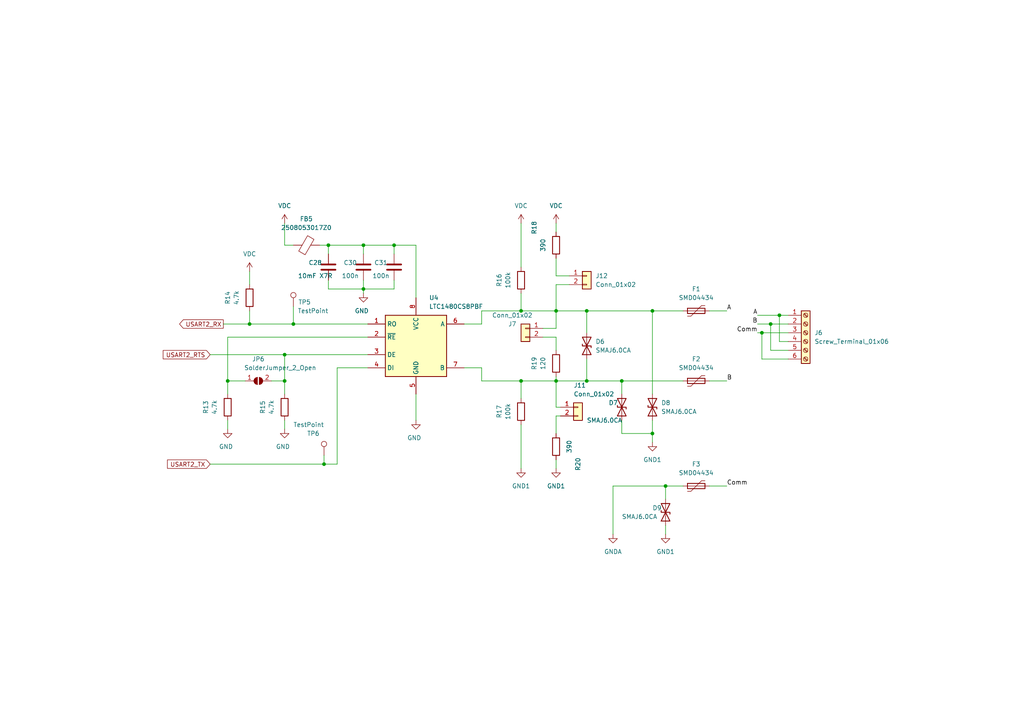
<source format=kicad_sch>
(kicad_sch (version 20211123) (generator eeschema)
  (paper "A4")
  (lib_symbols
    (symbol "Connector:Screw_Terminal_01x06" (pin_names (offset 1.016) hide)
      (property "Reference" "J" (at 0 7.62 0))
      (property "Value" "Screw_Terminal_01x06" (at 0 -10.16 0))
      (symbol "Screw_Terminal_01x06_1_1"
        (rectangle (start -1.27 6.35) (end 1.27 -8.89) (stroke (width 0.254)) (fill (type background)))
        (circle (center 0 -7.62) (radius 0.635) (stroke (width 0.1524)))
        (circle (center 0 -5.08) (radius 0.635) (stroke (width 0.1524)))
        (circle (center 0 -2.54) (radius 0.635) (stroke (width 0.1524)))
        (polyline (pts (xy -0.5334 -7.2898) (xy 0.3302 -8.128)) (stroke (width 0.1524)))
        (polyline (pts (xy -0.5334 -4.7498) (xy 0.3302 -5.588)) (stroke (width 0.1524)))
        (polyline (pts (xy -0.5334 -2.2098) (xy 0.3302 -3.048)) (stroke (width 0.1524)))
        (polyline (pts (xy -0.5334 0.3302) (xy 0.3302 -0.508)) (stroke (width 0.1524)))
        (polyline (pts (xy -0.5334 2.8702) (xy 0.3302 2.032)) (stroke (width 0.1524)))
        (polyline (pts (xy -0.5334 5.4102) (xy 0.3302 4.572)) (stroke (width 0.1524)))
        (polyline (pts (xy -0.3556 -7.112) (xy 0.508 -7.9502)) (stroke (width 0.1524)))
        (polyline (pts (xy -0.3556 -4.572) (xy 0.508 -5.4102)) (stroke (width 0.1524)))
        (polyline (pts (xy -0.3556 -2.032) (xy 0.508 -2.8702)) (stroke (width 0.1524)))
        (polyline (pts (xy -0.3556 0.508) (xy 0.508 -0.3302)) (stroke (width 0.1524)))
        (polyline (pts (xy -0.3556 3.048) (xy 0.508 2.2098)) (stroke (width 0.1524)))
        (polyline (pts (xy -0.3556 5.588) (xy 0.508 4.7498)) (stroke (width 0.1524)))
        (circle (center 0 0) (radius 0.635) (stroke (width 0.1524)))
        (circle (center 0 2.54) (radius 0.635) (stroke (width 0.1524)))
        (circle (center 0 5.08) (radius 0.635) (stroke (width 0.1524)))
        (pin passive line (at -5.08 5.08 0) (length 3.81) (name "Pin_1") (number "1"))
        (pin passive line (at -5.08 2.54 0) (length 3.81) (name "Pin_2") (number "2"))
        (pin passive line (at -5.08 0 0) (length 3.81) (name "Pin_3") (number "3"))
        (pin passive line (at -5.08 -2.54 0) (length 3.81) (name "Pin_4") (number "4"))
        (pin passive line (at -5.08 -5.08 0) (length 3.81) (name "Pin_5") (number "5"))
        (pin passive line (at -5.08 -7.62 0) (length 3.81) (name "Pin_6") (number "6"))
      )
    )
    (symbol "Connector:TestPoint" (pin_numbers hide) (pin_names (offset 0.762) hide)
      (property "Reference" "TP" (at 0 6.858 0))
      (property "Value" "TestPoint" (at 0 5.08 0))
      (symbol "TestPoint_0_1"
        (circle (center 0 3.302) (radius 0.762))
      )
      (symbol "TestPoint_1_1"
        (pin passive line (at 0 0 90) (length 2.54) (name "1") (number "1"))
      )
    )
    (symbol "Connector_Generic:Conn_01x02" (pin_names (offset 1.016) hide)
      (property "Reference" "J" (at 0 2.54 0))
      (property "Value" "Conn_01x02" (at 0 -5.08 0))
      (symbol "Conn_01x02_1_1"
        (rectangle (start -1.27 -2.413) (end 0 -2.667) (stroke (width 0.1524)))
        (rectangle (start -1.27 0.127) (end 0 -0.127) (stroke (width 0.1524)))
        (rectangle (start -1.27 1.27) (end 1.27 -3.81) (stroke (width 0.254)) (fill (type background)))
        (pin passive line (at -5.08 0 0) (length 3.81) (name "Pin_1") (number "1"))
        (pin passive line (at -5.08 -2.54 0) (length 3.81) (name "Pin_2") (number "2"))
      )
    )
    (symbol "Device:C" (pin_numbers hide) (pin_names (offset 0.254))
      (property "Reference" "C" (at 0.635 2.54 0))
      (property "Value" "C" (at 0.635 -2.54 0))
      (symbol "C_0_1"
        (polyline (pts (xy -2.032 -0.762) (xy 2.032 -0.762)) (stroke (width 0.508)))
        (polyline (pts (xy -2.032 0.762) (xy 2.032 0.762)) (stroke (width 0.508)))
      )
      (symbol "C_1_1"
        (pin passive line (at 0 3.81 270) (length 2.794) (name "~") (number "1"))
        (pin passive line (at 0 -3.81 90) (length 2.794) (name "~") (number "2"))
      )
    )
    (symbol "Device:D_TVS" (pin_numbers hide) (pin_names (offset 1.016) hide)
      (property "Reference" "D" (at 0 2.54 0))
      (property "Value" "D_TVS" (at 0 -2.54 0))
      (symbol "D_TVS_0_1"
        (polyline (pts (xy 1.27 0) (xy -1.27 0)))
        (polyline (pts (xy 0.508 1.27) (xy 0 1.27) (xy 0 -1.27) (xy -0.508 -1.27)) (stroke (width 0.254)))
        (polyline (pts (xy -2.54 1.27) (xy -2.54 -1.27) (xy 2.54 1.27) (xy 2.54 -1.27) (xy -2.54 1.27)) (stroke (width 0.254)))
      )
      (symbol "D_TVS_1_1"
        (pin passive line (at -3.81 0 0) (length 2.54) (name "A1") (number "1"))
        (pin passive line (at 3.81 0 180) (length 2.54) (name "A2") (number "2"))
      )
    )
    (symbol "Device:FerriteBead" (pin_numbers hide) (pin_names (offset 0))
      (property "Reference" "FB" (at -3.81 0.635 90))
      (property "Value" "FerriteBead" (at 3.81 0 90))
      (symbol "FerriteBead_0_1"
        (polyline (pts (xy 0 -1.27) (xy 0 -1.2192)))
        (polyline (pts (xy 0 1.27) (xy 0 1.2954)))
        (polyline (pts (xy -2.7686 0.4064) (xy -1.7018 2.2606) (xy 2.7686 -0.3048) (xy 1.6764 -2.159) (xy -2.7686 0.4064)))
      )
      (symbol "FerriteBead_1_1"
        (pin passive line (at 0 3.81 270) (length 2.54) (name "~") (number "1"))
        (pin passive line (at 0 -3.81 90) (length 2.54) (name "~") (number "2"))
      )
    )
    (symbol "Device:Polyfuse" (pin_numbers hide) (pin_names (offset 0))
      (property "Reference" "F" (at -2.54 0 90))
      (property "Value" "Polyfuse" (at 2.54 0 90))
      (symbol "Polyfuse_0_1"
        (rectangle (start -0.762 2.54) (end 0.762 -2.54) (stroke (width 0.254)))
        (polyline (pts (xy 0 2.54) (xy 0 -2.54)))
        (polyline (pts (xy -1.524 2.54) (xy -1.524 1.524) (xy 1.524 -1.524) (xy 1.524 -2.54)))
      )
      (symbol "Polyfuse_1_1"
        (pin passive line (at 0 3.81 270) (length 1.27) (name "~") (number "1"))
        (pin passive line (at 0 -3.81 90) (length 1.27) (name "~") (number "2"))
      )
    )
    (symbol "Device:R" (pin_numbers hide) (pin_names (offset 0))
      (property "Reference" "R" (at 2.032 0 90))
      (property "Value" "R" (at 0 0 90))
      (symbol "R_0_1"
        (rectangle (start -1.016 -2.54) (end 1.016 2.54) (stroke (width 0.254)))
      )
      (symbol "R_1_1"
        (pin passive line (at 0 3.81 270) (length 1.27) (name "~") (number "1"))
        (pin passive line (at 0 -3.81 90) (length 1.27) (name "~") (number "2"))
      )
    )
    (symbol "Jumper:SolderJumper_2_Open" (pin_names (offset 0) hide)
      (property "Reference" "JP" (at 0 2.032 0))
      (property "Value" "SolderJumper_2_Open" (at 0 -2.54 0))
      (symbol "SolderJumper_2_Open_0_1"
        (arc (start -0.254 1.016) (mid -1.27 0) (end -0.254 -1.016))
        (arc (start -0.254 1.016) (mid -1.27 0) (end -0.254 -1.016) (fill (type outline)))
        (polyline (pts (xy -0.254 1.016) (xy -0.254 -1.016)))
        (polyline (pts (xy 0.254 1.016) (xy 0.254 -1.016)))
        (arc (start 0.254 -1.016) (mid 1.27 0) (end 0.254 1.016))
        (arc (start 0.254 -1.016) (mid 1.27 0) (end 0.254 1.016) (fill (type outline)))
      )
      (symbol "SolderJumper_2_Open_1_1"
        (pin passive line (at -3.81 0 0) (length 2.54) (name "A") (number "1"))
        (pin passive line (at 3.81 0 180) (length 2.54) (name "B") (number "2"))
      )
    )
    (symbol "LTC1480CS8PBF:LTC1480CS8PBF"
      (property "Reference" "U4" (at 16.51 5.08 0))
      (property "Value" "LTC1480CS8PBF" (at 16.51 2.54 0))
      (symbol "LTC1480CS8PBF_1_1"
        (rectangle (start 0 0) (end 17.78 -17.78) (stroke (width 0.254)) (fill (type background)))
        (pin passive line (at -5.08 -2.54 0) (length 5.08) (name "RO") (number "1"))
        (pin passive line (at -5.08 -6.35 0) (length 5.08) (name "~{RE}") (number "2"))
        (pin passive line (at -5.08 -11.43 0) (length 5.08) (name "DE") (number "3"))
        (pin passive line (at -5.08 -15.24 0) (length 5.08) (name "DI") (number "4"))
        (pin passive line (at 8.89 -22.86 90) (length 5.08) (name "GND") (number "5"))
        (pin passive line (at 22.86 -2.54 180) (length 5.08) (name "A") (number "6"))
        (pin passive line (at 22.86 -15.24 180) (length 5.08) (name "B") (number "7"))
        (pin passive line (at 8.89 5.08 270) (length 5.08) (name "VCC") (number "8"))
      )
    )
    (symbol "power:GND" (power) (pin_names (offset 0))
      (property "Value" "GND" (at 0 -3.81 0))
      (symbol "GND_0_1"
        (polyline (pts (xy 0 0) (xy 0 -1.27) (xy 1.27 -1.27) (xy 0 -2.54) (xy -1.27 -1.27) (xy 0 -1.27)))
      )
      (symbol "GND_1_1"
        (pin power_in line (at 0 0 270) (length 0) hide (name "GND") (number "1"))
      )
    )
    (symbol "power:GND1" (power) (pin_names (offset 0))
      (property "Value" "GND1" (at 0 -3.81 0))
      (symbol "GND1_0_1"
        (polyline (pts (xy 0 0) (xy 0 -1.27) (xy 1.27 -1.27) (xy 0 -2.54) (xy -1.27 -1.27) (xy 0 -1.27)))
      )
      (symbol "GND1_1_1"
        (pin power_in line (at 0 0 270) (length 0) hide (name "GND1") (number "1"))
      )
    )
    (symbol "power:GNDA" (power) (pin_names (offset 0))
      (property "Value" "GNDA" (at 0 -3.81 0))
      (symbol "GNDA_0_1"
        (polyline (pts (xy 0 0) (xy 0 -1.27) (xy 1.27 -1.27) (xy 0 -2.54) (xy -1.27 -1.27) (xy 0 -1.27)))
      )
      (symbol "GNDA_1_1"
        (pin power_in line (at 0 0 270) (length 0) hide (name "GNDA") (number "1"))
      )
    )
    (symbol "power:VDC" (power) (pin_names (offset 0))
      (property "Value" "VDC" (at 0 6.35 0))
      (symbol "VDC_0_1"
        (polyline (pts (xy -0.762 1.27) (xy 0 2.54)))
        (polyline (pts (xy 0 0) (xy 0 2.54)))
        (polyline (pts (xy 0 2.54) (xy 0.762 1.27)))
      )
      (symbol "VDC_1_1"
        (pin power_in line (at 0 0 90) (length 0) hide (name "VDC") (number "1"))
      )
    )
  )
  (junction (at 82.55 110.49))
  (junction (at 66.04 110.49))
  (junction (at 72.39 93.98))
  (junction (at 105.41 71.12))
  (junction (at 170.18 90.17))
  (junction (at 170.18 110.49))
  (junction (at 85.09 93.98))
  (junction (at 180.34 110.49))
  (junction (at 161.29 110.49))
  (junction (at 223.52 93.98))
  (junction (at 193.04 140.97))
  (junction (at 95.25 71.12))
  (junction (at 82.55 102.87))
  (junction (at 151.13 90.17))
  (junction (at 189.23 125.73))
  (junction (at 105.41 83.82))
  (junction (at 161.29 90.17))
  (junction (at 220.98 96.52))
  (junction (at 226.06 91.44))
  (junction (at 151.13 110.49))
  (junction (at 189.23 90.17))
  (junction (at 93.98 134.62))
  (junction (at 114.3 71.12))
  (wire (pts (xy 105.41 83.82) (xy 105.41 85.09)))
  (wire (pts (xy 114.3 73.66) (xy 114.3 71.12)))
  (wire (pts (xy 64.77 93.98) (xy 72.39 93.98)))
  (wire (pts (xy 114.3 71.12) (xy 120.65 71.12)))
  (wire (pts (xy 60.96 102.87) (xy 82.55 102.87)))
  (wire (pts (xy 165.1 82.55) (xy 161.29 82.55)))
  (wire (pts (xy 82.55 110.49) (xy 82.55 114.3)))
  (wire (pts (xy 219.71 96.52) (xy 220.98 96.52)))
  (wire (pts (xy 220.98 104.14) (xy 220.98 96.52)))
  (wire (pts (xy 180.34 114.3) (xy 180.34 110.49)))
  (wire (pts (xy 161.29 82.55) (xy 161.29 90.17)))
  (wire (pts (xy 139.7 110.49) (xy 151.13 110.49)))
  (wire (pts (xy 82.55 64.77) (xy 82.55 71.12)))
  (wire (pts (xy 82.55 71.12) (xy 85.09 71.12)))
  (wire (pts (xy 189.23 121.92) (xy 189.23 125.73)))
  (wire (pts (xy 105.41 73.66) (xy 105.41 71.12)))
  (wire (pts (xy 82.55 102.87) (xy 106.68 102.87)))
  (wire (pts (xy 198.12 140.97) (xy 193.04 140.97)))
  (wire (pts (xy 170.18 90.17) (xy 161.29 90.17)))
  (wire (pts (xy 162.56 118.11) (xy 161.29 118.11)))
  (wire (pts (xy 92.71 71.12) (xy 95.25 71.12)))
  (wire (pts (xy 226.06 99.06) (xy 226.06 91.44)))
  (wire (pts (xy 161.29 64.77) (xy 161.29 67.31)))
  (wire (pts (xy 97.79 106.68) (xy 97.79 134.62)))
  (wire (pts (xy 193.04 152.4) (xy 193.04 154.94)))
  (wire (pts (xy 226.06 91.44) (xy 228.6 91.44)))
  (wire (pts (xy 139.7 106.68) (xy 139.7 110.49)))
  (wire (pts (xy 165.1 80.01) (xy 161.29 80.01)))
  (wire (pts (xy 95.25 71.12) (xy 105.41 71.12)))
  (wire (pts (xy 95.25 83.82) (xy 105.41 83.82)))
  (wire (pts (xy 85.09 93.98) (xy 106.68 93.98)))
  (wire (pts (xy 95.25 81.28) (xy 95.25 83.82)))
  (wire (pts (xy 97.79 134.62) (xy 93.98 134.62)))
  (wire (pts (xy 193.04 140.97) (xy 193.04 144.78)))
  (wire (pts (xy 151.13 64.77) (xy 151.13 77.47)))
  (wire (pts (xy 161.29 97.79) (xy 161.29 101.6)))
  (wire (pts (xy 170.18 104.14) (xy 170.18 110.49)))
  (wire (pts (xy 139.7 90.17) (xy 151.13 90.17)))
  (wire (pts (xy 66.04 110.49) (xy 66.04 97.79)))
  (wire (pts (xy 219.71 91.44) (xy 226.06 91.44)))
  (wire (pts (xy 82.55 102.87) (xy 82.55 110.49)))
  (wire (pts (xy 157.48 97.79) (xy 161.29 97.79)))
  (wire (pts (xy 228.6 104.14) (xy 220.98 104.14)))
  (wire (pts (xy 72.39 93.98) (xy 85.09 93.98)))
  (wire (pts (xy 180.34 110.49) (xy 170.18 110.49)))
  (wire (pts (xy 151.13 123.19) (xy 151.13 135.89)))
  (wire (pts (xy 66.04 97.79) (xy 106.68 97.79)))
  (wire (pts (xy 189.23 90.17) (xy 198.12 90.17)))
  (wire (pts (xy 114.3 81.28) (xy 114.3 83.82)))
  (wire (pts (xy 161.29 74.93) (xy 161.29 80.01)))
  (wire (pts (xy 162.56 120.65) (xy 161.29 120.65)))
  (wire (pts (xy 93.98 134.62) (xy 60.96 134.62)))
  (wire (pts (xy 170.18 96.52) (xy 170.18 90.17)))
  (wire (pts (xy 66.04 121.92) (xy 66.04 124.46)))
  (wire (pts (xy 120.65 71.12) (xy 120.65 86.36)))
  (wire (pts (xy 170.18 110.49) (xy 161.29 110.49)))
  (wire (pts (xy 82.55 121.92) (xy 82.55 124.46)))
  (wire (pts (xy 189.23 90.17) (xy 170.18 90.17)))
  (wire (pts (xy 151.13 85.09) (xy 151.13 90.17)))
  (wire (pts (xy 180.34 121.92) (xy 180.34 125.73)))
  (wire (pts (xy 93.98 132.08) (xy 93.98 134.62)))
  (wire (pts (xy 219.71 93.98) (xy 223.52 93.98)))
  (wire (pts (xy 134.62 93.98) (xy 139.7 93.98)))
  (wire (pts (xy 106.68 106.68) (xy 97.79 106.68)))
  (wire (pts (xy 223.52 101.6) (xy 223.52 93.98)))
  (wire (pts (xy 114.3 83.82) (xy 105.41 83.82)))
  (wire (pts (xy 157.48 95.25) (xy 161.29 95.25)))
  (wire (pts (xy 205.74 140.97) (xy 210.82 140.97)))
  (wire (pts (xy 205.74 90.17) (xy 210.82 90.17)))
  (wire (pts (xy 161.29 90.17) (xy 161.29 95.25)))
  (wire (pts (xy 161.29 120.65) (xy 161.29 125.73)))
  (wire (pts (xy 189.23 114.3) (xy 189.23 90.17)))
  (wire (pts (xy 151.13 90.17) (xy 161.29 90.17)))
  (wire (pts (xy 228.6 101.6) (xy 223.52 101.6)))
  (wire (pts (xy 223.52 93.98) (xy 228.6 93.98)))
  (wire (pts (xy 180.34 125.73) (xy 189.23 125.73)))
  (wire (pts (xy 139.7 93.98) (xy 139.7 90.17)))
  (wire (pts (xy 177.8 140.97) (xy 193.04 140.97)))
  (wire (pts (xy 105.41 81.28) (xy 105.41 83.82)))
  (wire (pts (xy 205.74 110.49) (xy 210.82 110.49)))
  (wire (pts (xy 134.62 106.68) (xy 139.7 106.68)))
  (wire (pts (xy 161.29 110.49) (xy 161.29 118.11)))
  (wire (pts (xy 161.29 135.89) (xy 161.29 133.35)))
  (wire (pts (xy 78.74 110.49) (xy 82.55 110.49)))
  (wire (pts (xy 105.41 71.12) (xy 114.3 71.12)))
  (wire (pts (xy 151.13 110.49) (xy 151.13 115.57)))
  (wire (pts (xy 161.29 109.22) (xy 161.29 110.49)))
  (wire (pts (xy 189.23 125.73) (xy 189.23 128.27)))
  (wire (pts (xy 180.34 110.49) (xy 198.12 110.49)))
  (wire (pts (xy 72.39 90.17) (xy 72.39 93.98)))
  (wire (pts (xy 151.13 110.49) (xy 161.29 110.49)))
  (wire (pts (xy 66.04 110.49) (xy 66.04 114.3)))
  (wire (pts (xy 120.65 114.3) (xy 120.65 121.92)))
  (wire (pts (xy 228.6 99.06) (xy 226.06 99.06)))
  (wire (pts (xy 177.8 154.94) (xy 177.8 140.97)))
  (wire (pts (xy 72.39 78.74) (xy 72.39 82.55)))
  (wire (pts (xy 220.98 96.52) (xy 228.6 96.52)))
  (wire (pts (xy 95.25 71.12) (xy 95.25 73.66)))
  (wire (pts (xy 85.09 88.9) (xy 85.09 93.98)))
  (wire (pts (xy 71.12 110.49) (xy 66.04 110.49)))
  (label "Comm" (at 210.82 140.97 0))
  (label "A" (at 210.82 90.17 0))
  (label "A" (at 219.71 91.44 180))
  (label "Comm" (at 219.71 96.52 180))
  (label "B" (at 210.82 110.49 0))
  (label "B" (at 219.71 93.98 180))
  (global_label "USART2_RX" (shape output) (at 64.77 93.98 180) (effects (font (size 1.2446 1.2446))) (property "Intersheet References" "${INTERSHEET_REFS}" (effects hide)))
  (global_label "USART2_RTS" (shape input) (at 60.96 102.87 180) (effects (font (size 1.2446 1.2446))) (property "Intersheet References" "${INTERSHEET_REFS}" (effects hide)))
  (global_label "USART2_TX" (shape input) (at 60.96 134.62 180) (effects (font (size 1.2446 1.2446))) (property "Intersheet References" "${INTERSHEET_REFS}" (effects hide)))
  (symbol (lib_id "Device:R") (at 161.29 71.12 180) (unit 1)
    (property "Reference" "R18" (at 154.94 66.04 90))
    (property "Value" "390" (at 157.48 71.12 90))
    (property "Footprint" "Resistor_SMD:R_0805_2012Metric" (effects hide))
  )
  (symbol (lib_id "Device:FerriteBead") (at 88.9 71.12 90) (unit 1)
    (property "Reference" "FB5" (at 88.8492 63.5 90))
    (property "Value" "2508053017Z0" (at 88.8492 66.04 90))
    (property "Footprint" "Inductor_SMD:L_0805_2012Metric" (effects hide))
  )
  (symbol (lib_id "power:GNDA") (at 177.8 154.94 0) (unit 1)
    (property "Reference" "#PWR0105" (effects hide))
    (property "Value" "GNDA" (at 177.8 160.02 0))
  )
  (symbol (lib_id "power:GND") (at 82.55 124.46 0) (unit 1)
    (property "Reference" "#PWR063" (effects hide))
    (property "Value" "GND" (at 80.01 129.54 0) (effects (justify left)))
  )
  (symbol (lib_id "power:GND") (at 120.65 121.92 0) (unit 1)
    (property "Reference" "#PWR065" (effects hide))
    (property "Value" "GND" (at 118.11 127 0) (effects (justify left)))
  )
  (symbol (lib_id "power:VDC") (at 151.13 64.77 0) (unit 1)
    (property "Reference" "#PWR066" (effects hide))
    (property "Value" "VDC" (at 151.13 59.69 0))
  )
  (symbol (lib_id "Device:R") (at 161.29 105.41 180) (unit 1)
    (property "Reference" "R19" (at 154.94 105.41 90))
    (property "Value" "120" (at 157.48 105.41 90))
    (property "Footprint" "Resistor_SMD:R_0805_2012Metric" (effects hide))
  )
  (symbol (lib_id "Device:D_TVS") (at 170.18 100.33 90) (unit 1)
    (property "Reference" "D6" (at 172.72 99.0599 90) (effects (justify right)))
    (property "Value" "SMAJ6.0CA" (at 172.72 101.5999 90) (effects (justify right)))
    (property "Footprint" "Diode_SMD:D_SMA" (effects hide))
  )
  (symbol (lib_id "power:GND") (at 105.41 85.09 0) (unit 1)
    (property "Reference" "#PWR064" (effects hide))
    (property "Value" "GND" (at 102.87 90.17 0) (effects (justify left)))
  )
  (symbol (lib_id "Device:D_TVS") (at 180.34 118.11 90) (unit 1)
    (property "Reference" "D7" (at 176.53 116.84 90) (effects (justify right)))
    (property "Value" "SMAJ6.0CA" (at 170.18 121.92 90) (effects (justify right)))
    (property "Footprint" "Diode_SMD:D_SMA" (effects hide))
  )
  (symbol (lib_id "Device:R") (at 82.55 118.11 180) (unit 1)
    (property "Reference" "R15" (at 76.2 118.11 90))
    (property "Value" "4.7k" (at 78.74 118.11 90))
    (property "Footprint" "Resistor_SMD:R_0805_2012Metric" (effects hide))
  )
  (symbol (lib_id "Device:D_TVS") (at 189.23 118.11 90) (unit 1)
    (property "Reference" "D8" (at 191.77 116.8399 90) (effects (justify right)))
    (property "Value" "SMAJ6.0CA" (at 191.77 119.3799 90) (effects (justify right)))
    (property "Footprint" "Diode_SMD:D_SMA" (effects hide))
  )
  (symbol (lib_id "Connector:TestPoint") (at 85.09 88.9 0) (unit 1)
    (property "Reference" "TP5" (at 90.17 87.63 0) (effects (justify right)))
    (property "Value" "TestPoint" (at 95.25 90.17 0) (effects (justify right)))
    (property "Footprint" "TestPoint:TestPoint_Pad_D1.0mm" (effects hide))
  )
  (symbol (lib_id "Device:R") (at 151.13 81.28 180) (unit 1)
    (property "Reference" "R16" (at 144.78 81.28 90))
    (property "Value" "100k" (at 147.32 81.28 90))
    (property "Footprint" "Resistor_SMD:R_0805_2012Metric" (effects hide))
  )
  (symbol (lib_id "Connector_Generic:Conn_01x02") (at 170.18 80.01 0) (unit 1)
    (property "Reference" "J12" (at 172.72 80.0099 0) (effects (justify left)))
    (property "Value" "Conn_01x02" (at 172.72 82.5499 0) (effects (justify left)))
    (property "Footprint" "Connector_PinHeader_2.54mm:PinHeader_1x02_P2.54mm_Vertical" (effects hide))
  )
  (symbol (lib_id "Jumper:SolderJumper_2_Open") (at 74.93 110.49 0) (unit 1)
    (property "Reference" "JP6" (at 74.93 104.14 0))
    (property "Value" "SolderJumper_2_Open" (at 81.28 106.68 0))
    (property "Footprint" "Jumper:SolderJumper-2_P1.3mm_Open_TrianglePad1.0x1.5mm" (effects hide))
  )
  (symbol (lib_id "Device:Polyfuse") (at 201.93 110.49 90) (unit 1)
    (property "Reference" "F2" (at 201.93 104.14 90))
    (property "Value" "SMD04434" (at 201.93 106.68 90))
    (property "Footprint" "Fuse:Fuse_1812_4532Metric" (effects hide))
  )
  (symbol (lib_id "Device:Polyfuse") (at 201.93 140.97 90) (unit 1)
    (property "Reference" "F3" (at 201.93 134.62 90))
    (property "Value" "SMD04434" (at 201.93 137.16 90))
    (property "Footprint" "Fuse:Fuse_1812_4532Metric" (effects hide))
  )
  (symbol (lib_id "Connector:Screw_Terminal_01x06") (at 233.68 96.52 0) (unit 1)
    (property "Reference" "J6" (at 236.22 96.5199 0) (effects (justify left)))
    (property "Value" "Screw_Terminal_01x06" (at 236.22 99.0599 0) (effects (justify left)))
    (property "Footprint" "Connector_Phoenix_MC:PhoenixContact_MC_1,5_6-G-3.81_1x06_P3.81mm_Horizontal" (effects hide))
  )
  (symbol (lib_id "Device:R") (at 66.04 118.11 180) (unit 1)
    (property "Reference" "R13" (at 59.69 118.11 90))
    (property "Value" "4.7k" (at 62.23 118.11 90))
    (property "Footprint" "Resistor_SMD:R_0805_2012Metric" (effects hide))
  )
  (symbol (lib_id "power:VDC") (at 72.39 78.74 0) (unit 1)
    (property "Reference" "#PWR061" (effects hide))
    (property "Value" "VDC" (at 72.39 73.66 0))
  )
  (symbol (lib_id "Device:D_TVS") (at 193.04 148.59 90) (unit 1)
    (property "Reference" "D9" (at 189.23 147.32 90) (effects (justify right)))
    (property "Value" "SMAJ6.0CA" (at 180.34 149.86 90) (effects (justify right)))
    (property "Footprint" "Diode_SMD:D_SMA" (effects hide))
  )
  (symbol (lib_id "Device:Polyfuse") (at 201.93 90.17 90) (unit 1)
    (property "Reference" "F1" (at 201.93 83.82 90))
    (property "Value" "SMD04434" (at 201.93 86.36 90))
    (property "Footprint" "Fuse:Fuse_1812_4532Metric" (effects hide))
  )
  (symbol (lib_id "Connector:TestPoint") (at 93.98 132.08 0) (unit 1)
    (property "Reference" "TP6" (at 92.71 125.73 0) (effects (justify right)))
    (property "Value" "TestPoint" (at 93.98 123.19 0) (effects (justify right)))
    (property "Footprint" "TestPoint:TestPoint_Pad_D1.0mm" (effects hide))
  )
  (symbol (lib_id "power:GND") (at 66.04 124.46 0) (unit 1)
    (property "Reference" "#PWR060" (effects hide))
    (property "Value" "GND" (at 63.5 129.54 0) (effects (justify left)))
  )
  (symbol (lib_id "Device:R") (at 72.39 86.36 180) (unit 1)
    (property "Reference" "R14" (at 66.04 86.36 90))
    (property "Value" "4.7k" (at 68.58 86.36 90))
    (property "Footprint" "Resistor_SMD:R_0805_2012Metric" (effects hide))
  )
  (symbol (lib_id "power:GND1") (at 193.04 154.94 0) (unit 1)
    (property "Reference" "#PWR0104" (effects hide))
    (property "Value" "GND1" (at 193.04 160.02 0))
  )
  (symbol (lib_id "power:VDC") (at 161.29 64.77 0) (unit 1)
    (property "Reference" "#PWR068" (effects hide))
    (property "Value" "VDC" (at 161.29 59.69 0))
  )
  (symbol (lib_id "power:GND1") (at 151.13 135.89 0) (unit 1)
    (property "Reference" "#PWR0101" (effects hide))
    (property "Value" "GND1" (at 151.13 140.97 0))
  )
  (symbol (lib_id "power:GND1") (at 161.29 135.89 0) (unit 1)
    (property "Reference" "#PWR0102" (effects hide))
    (property "Value" "GND1" (at 161.29 140.97 0))
  )
  (symbol (lib_id "Device:C") (at 105.41 77.47 0) (unit 1)
    (property "Reference" "C30" (at 101.6 76.2 0))
    (property "Value" "100n" (at 101.6 80.01 0))
    (property "Footprint" "Capacitor_SMD:C_0805_2012Metric" (effects hide))
  )
  (symbol (lib_id "power:GND1") (at 189.23 128.27 0) (unit 1)
    (property "Reference" "#PWR0103" (effects hide))
    (property "Value" "GND1" (at 189.23 133.35 0))
  )
  (symbol (lib_id "Connector_Generic:Conn_01x02") (at 167.64 118.11 0) (unit 1)
    (property "Reference" "J11" (at 166.37 111.76 0) (effects (justify left)))
    (property "Value" "Conn_01x02" (at 166.37 114.3 0) (effects (justify left)))
    (property "Footprint" "Connector_PinHeader_2.54mm:PinHeader_1x02_P2.54mm_Vertical" (effects hide))
  )
  (symbol (lib_id "Device:C") (at 114.3 77.47 0) (unit 1)
    (property "Reference" "C31" (at 110.49 76.2 0))
    (property "Value" "100n" (at 110.49 80.01 0))
    (property "Footprint" "Capacitor_SMD:C_0805_2012Metric" (effects hide))
  )
  (symbol (lib_id "Device:R") (at 151.13 119.38 180) (unit 1)
    (property "Reference" "R17" (at 144.78 119.38 90))
    (property "Value" "100k" (at 147.32 119.38 90))
    (property "Footprint" "Resistor_SMD:R_0805_2012Metric" (effects hide))
  )
  (symbol (lib_id "Connector_Generic:Conn_01x02") (at 152.4 95.25 0) (mirror y) (unit 1)
    (property "Reference" "J7" (at 148.59 93.98 0))
    (property "Value" "Conn_01x02" (at 148.59 91.44 0))
    (property "Footprint" "Connector_PinHeader_2.54mm:PinHeader_1x02_P2.54mm_Vertical" (effects hide))
  )
  (symbol (lib_id "Device:R") (at 161.29 129.54 0) (unit 1)
    (property "Reference" "R20" (at 167.64 134.62 90))
    (property "Value" "390" (at 165.1 129.54 90))
    (property "Footprint" "Resistor_SMD:R_0805_2012Metric" (effects hide))
  )
  (symbol (lib_id "LTC1480CS8PBF:LTC1480CS8PBF") (at 111.76 91.44 0) (unit 1)
    (property "Reference" "U4" (at 124.46 86.36 0) (effects (justify left)))
    (property "Value" "LTC1480CS8PBF" (at 124.46 88.9 0) (effects (justify left)))
    (property "Footprint" "Package_SO:SOIC-8_3.9x4.9mm_P1.27mm" (effects hide))
    (property "Reference_1" "IC" (effects hide))
    (property "Value_1" "LTC1480CS8PBF" (effects hide))
    (property "Footprint_1" "SOIC127P599X175-8N" (effects hide))
    (property "Datasheet_1" "https://www.analog.com/media/en/technical-documentation/data-sheets/1480fa.pdf" (effects hide))
    (property "Height" "1.752" (effects hide))
    (property "Manufacturer_Name" "Analog Devices" (effects hide))
    (property "Manufacturer_Part_Number" "LTC1480CS8PBF" (effects hide))
  )
  (symbol (lib_id "power:VDC") (at 82.55 64.77 0) (unit 1)
    (property "Reference" "#PWR062" (effects hide))
    (property "Value" "VDC" (at 82.55 59.69 0))
  )
  (symbol (lib_id "Device:C") (at 95.25 77.47 0) (unit 1)
    (property "Reference" "C28" (at 91.44 76.2 0))
    (property "Value" "10mF X7R" (at 91.44 80.01 0))
    (property "Footprint" "Capacitor_SMD:C_1206_3216Metric" (effects hide))
  )
)
</source>
